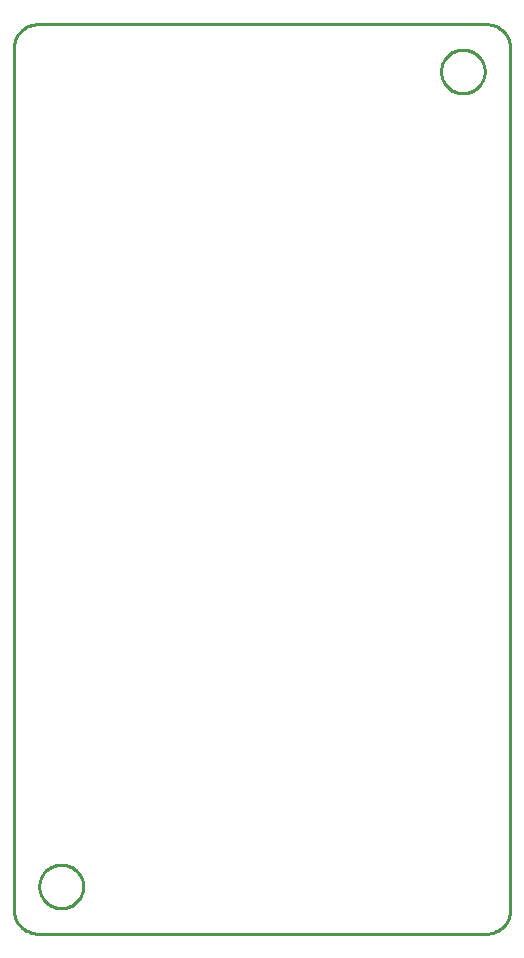
<source format=gbr>
G04 EAGLE Gerber RS-274X export*
G75*
%MOMM*%
%FSLAX34Y34*%
%LPD*%
%IN*%
%IPPOS*%
%AMOC8*
5,1,8,0,0,1.08239X$1,22.5*%
G01*
%ADD10C,0.254000*%


D10*
X0Y20000D02*
X76Y18257D01*
X304Y16527D01*
X681Y14824D01*
X1206Y13160D01*
X1874Y11548D01*
X2680Y10000D01*
X3617Y8528D01*
X4679Y7144D01*
X5858Y5858D01*
X7144Y4679D01*
X8528Y3617D01*
X10000Y2680D01*
X11548Y1874D01*
X13160Y1206D01*
X14824Y681D01*
X16527Y304D01*
X18257Y76D01*
X20000Y0D01*
X400000Y0D01*
X401743Y76D01*
X403473Y304D01*
X405176Y681D01*
X406840Y1206D01*
X408452Y1874D01*
X410000Y2680D01*
X411472Y3617D01*
X412856Y4679D01*
X414142Y5858D01*
X415321Y7144D01*
X416383Y8528D01*
X417321Y10000D01*
X418126Y11548D01*
X418794Y13160D01*
X419319Y14824D01*
X419696Y16527D01*
X419924Y18257D01*
X420000Y20000D01*
X420000Y750000D01*
X419924Y751743D01*
X419696Y753473D01*
X419319Y755176D01*
X418794Y756840D01*
X418126Y758452D01*
X417321Y760000D01*
X416383Y761472D01*
X415321Y762856D01*
X414142Y764142D01*
X412856Y765321D01*
X411472Y766383D01*
X410000Y767321D01*
X408452Y768126D01*
X406840Y768794D01*
X405176Y769319D01*
X403473Y769696D01*
X401743Y769924D01*
X400000Y770000D01*
X20000Y770000D01*
X18257Y769924D01*
X16527Y769696D01*
X14824Y769319D01*
X13160Y768794D01*
X11548Y768126D01*
X10000Y767321D01*
X8528Y766383D01*
X7144Y765321D01*
X5858Y764142D01*
X4679Y762856D01*
X3617Y761472D01*
X2680Y760000D01*
X1874Y758452D01*
X1206Y756840D01*
X681Y755176D01*
X304Y753473D01*
X76Y751743D01*
X0Y750000D01*
X0Y20000D01*
X361500Y729394D02*
X361579Y728186D01*
X361737Y726985D01*
X361974Y725797D01*
X362287Y724627D01*
X362676Y723480D01*
X363140Y722361D01*
X363676Y721275D01*
X364281Y720226D01*
X364954Y719218D01*
X365692Y718257D01*
X366490Y717347D01*
X367347Y716490D01*
X368257Y715692D01*
X369218Y714954D01*
X370226Y714281D01*
X371275Y713676D01*
X372361Y713140D01*
X373480Y712676D01*
X374627Y712287D01*
X375797Y711974D01*
X376985Y711737D01*
X378186Y711579D01*
X379394Y711500D01*
X380606Y711500D01*
X381814Y711579D01*
X383015Y711737D01*
X384203Y711974D01*
X385373Y712287D01*
X386520Y712676D01*
X387639Y713140D01*
X388726Y713676D01*
X389775Y714281D01*
X390782Y714954D01*
X391743Y715692D01*
X392653Y716490D01*
X393510Y717347D01*
X394308Y718257D01*
X395046Y719218D01*
X395719Y720226D01*
X396324Y721275D01*
X396860Y722361D01*
X397324Y723480D01*
X397713Y724627D01*
X398026Y725797D01*
X398263Y726985D01*
X398421Y728186D01*
X398500Y729394D01*
X398500Y730606D01*
X398421Y731814D01*
X398263Y733015D01*
X398026Y734203D01*
X397713Y735373D01*
X397324Y736520D01*
X396860Y737639D01*
X396324Y738726D01*
X395719Y739775D01*
X395046Y740782D01*
X394308Y741743D01*
X393510Y742653D01*
X392653Y743510D01*
X391743Y744308D01*
X390782Y745046D01*
X389775Y745719D01*
X388726Y746324D01*
X387639Y746860D01*
X386520Y747324D01*
X385373Y747713D01*
X384203Y748026D01*
X383015Y748263D01*
X381814Y748421D01*
X380606Y748500D01*
X379394Y748500D01*
X378186Y748421D01*
X376985Y748263D01*
X375797Y748026D01*
X374627Y747713D01*
X373480Y747324D01*
X372361Y746860D01*
X371275Y746324D01*
X370226Y745719D01*
X369218Y745046D01*
X368257Y744308D01*
X367347Y743510D01*
X366490Y742653D01*
X365692Y741743D01*
X364954Y740782D01*
X364281Y739775D01*
X363676Y738726D01*
X363140Y737639D01*
X362676Y736520D01*
X362287Y735373D01*
X361974Y734203D01*
X361737Y733015D01*
X361579Y731814D01*
X361500Y730606D01*
X361500Y729394D01*
X21500Y39394D02*
X21579Y38186D01*
X21737Y36985D01*
X21974Y35797D01*
X22287Y34627D01*
X22676Y33480D01*
X23140Y32361D01*
X23676Y31275D01*
X24281Y30226D01*
X24954Y29218D01*
X25692Y28257D01*
X26490Y27347D01*
X27347Y26490D01*
X28257Y25692D01*
X29218Y24954D01*
X30226Y24281D01*
X31275Y23676D01*
X32361Y23140D01*
X33480Y22676D01*
X34627Y22287D01*
X35797Y21974D01*
X36985Y21737D01*
X38186Y21579D01*
X39394Y21500D01*
X40606Y21500D01*
X41814Y21579D01*
X43015Y21737D01*
X44203Y21974D01*
X45373Y22287D01*
X46520Y22676D01*
X47639Y23140D01*
X48726Y23676D01*
X49775Y24281D01*
X50782Y24954D01*
X51743Y25692D01*
X52653Y26490D01*
X53510Y27347D01*
X54308Y28257D01*
X55046Y29218D01*
X55719Y30226D01*
X56324Y31275D01*
X56860Y32361D01*
X57324Y33480D01*
X57713Y34627D01*
X58026Y35797D01*
X58263Y36985D01*
X58421Y38186D01*
X58500Y39394D01*
X58500Y40606D01*
X58421Y41814D01*
X58263Y43015D01*
X58026Y44203D01*
X57713Y45373D01*
X57324Y46520D01*
X56860Y47639D01*
X56324Y48726D01*
X55719Y49775D01*
X55046Y50782D01*
X54308Y51743D01*
X53510Y52653D01*
X52653Y53510D01*
X51743Y54308D01*
X50782Y55046D01*
X49775Y55719D01*
X48726Y56324D01*
X47639Y56860D01*
X46520Y57324D01*
X45373Y57713D01*
X44203Y58026D01*
X43015Y58263D01*
X41814Y58421D01*
X40606Y58500D01*
X39394Y58500D01*
X38186Y58421D01*
X36985Y58263D01*
X35797Y58026D01*
X34627Y57713D01*
X33480Y57324D01*
X32361Y56860D01*
X31275Y56324D01*
X30226Y55719D01*
X29218Y55046D01*
X28257Y54308D01*
X27347Y53510D01*
X26490Y52653D01*
X25692Y51743D01*
X24954Y50782D01*
X24281Y49775D01*
X23676Y48726D01*
X23140Y47639D01*
X22676Y46520D01*
X22287Y45373D01*
X21974Y44203D01*
X21737Y43015D01*
X21579Y41814D01*
X21500Y40606D01*
X21500Y39394D01*
M02*

</source>
